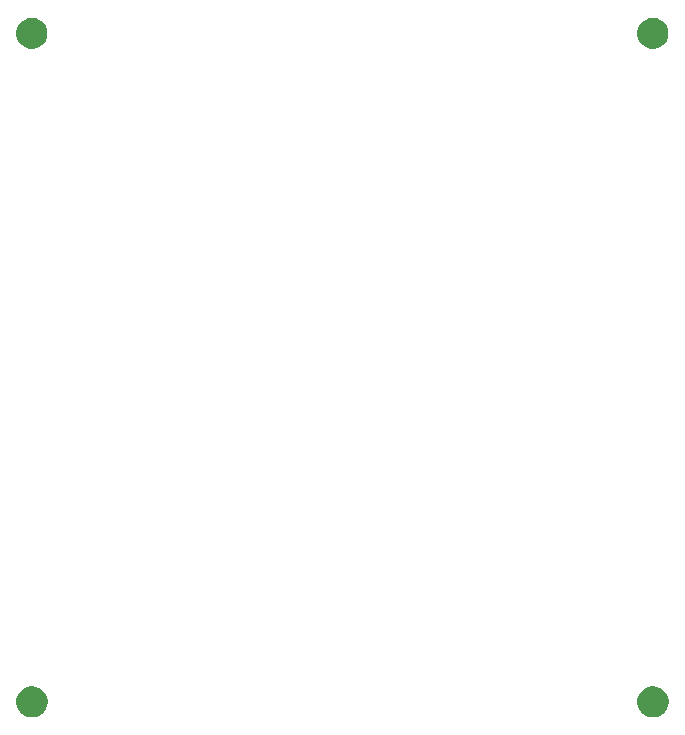
<source format=gbr>
%TF.GenerationSoftware,Altium Limited,Altium Designer,24.6.1 (21)*%
G04 Layer_Color=0*
%FSLAX45Y45*%
%MOMM*%
%TF.SameCoordinates,4AD75283-6A23-4CB8-A15C-AB691BBDECAE*%
%TF.FilePolarity,Positive*%
%TF.FileFunction,NonPlated,1,2,NPTH,Drill*%
%TF.Part,Single*%
G01*
G75*
G36*
X5519700Y393700D02*
Y380719D01*
X5524765Y355255D01*
X5534700Y331269D01*
X5549124Y309682D01*
X5567482Y291324D01*
X5589069Y276900D01*
X5613055Y266965D01*
X5638519Y261900D01*
X5651500D01*
X5664481D01*
X5689944Y266965D01*
X5713931Y276900D01*
X5735518Y291324D01*
X5753876Y309682D01*
X5768300Y331269D01*
X5778235Y355255D01*
X5783300Y380719D01*
Y393700D01*
Y406681D01*
X5778235Y432144D01*
X5768300Y456131D01*
X5753876Y477718D01*
X5735518Y496076D01*
X5713931Y510500D01*
X5689944Y520435D01*
X5664481Y525500D01*
X5651500D01*
X5638519D01*
X5613055Y520435D01*
X5589069Y510500D01*
X5567482Y496076D01*
X5549124Y477718D01*
X5534700Y456131D01*
X5524765Y432144D01*
X5519700Y406681D01*
Y393700D01*
D01*
D02*
G37*
G36*
X393700Y261900D02*
X380719D01*
X355255Y266965D01*
X331269Y276900D01*
X309682Y291324D01*
X291324Y309682D01*
X276900Y331269D01*
X266965Y355255D01*
X261900Y380719D01*
Y393700D01*
Y406681D01*
X266965Y432144D01*
X276900Y456131D01*
X291324Y477718D01*
X309682Y496076D01*
X331269Y510500D01*
X355255Y520435D01*
X380719Y525500D01*
X393700D01*
X406681D01*
X432144Y520435D01*
X456131Y510500D01*
X477718Y496076D01*
X496076Y477718D01*
X510500Y456131D01*
X520435Y432144D01*
X525500Y406681D01*
Y393700D01*
Y380719D01*
X520435Y355255D01*
X510500Y331269D01*
X496076Y309682D01*
X477718Y291324D01*
X456131Y276900D01*
X432144Y266965D01*
X406681Y261900D01*
X393700D01*
D01*
D02*
G37*
G36*
X5519700Y393700D02*
Y380719D01*
X5524765Y355255D01*
X5534700Y331269D01*
X5549124Y309682D01*
X5567482Y291324D01*
X5589069Y276900D01*
X5613055Y266965D01*
X5638519Y261900D01*
X5651500D01*
X5664481D01*
X5689944Y266965D01*
X5713931Y276900D01*
X5735518Y291324D01*
X5753876Y309682D01*
X5768300Y331269D01*
X5778235Y355255D01*
X5783300Y380719D01*
Y393700D01*
Y406681D01*
X5778235Y432144D01*
X5768300Y456131D01*
X5753876Y477718D01*
X5735518Y496076D01*
X5713931Y510500D01*
X5689944Y520435D01*
X5664481Y525500D01*
X5651500D01*
X5638519D01*
X5613055Y520435D01*
X5589069Y510500D01*
X5567482Y496076D01*
X5549124Y477718D01*
X5534700Y456131D01*
X5524765Y432144D01*
X5519700Y406681D01*
Y393700D01*
D01*
D02*
G37*
G36*
X393700Y261900D02*
X380719D01*
X355255Y266965D01*
X331269Y276900D01*
X309682Y291324D01*
X291324Y309682D01*
X276900Y331269D01*
X266965Y355255D01*
X261900Y380719D01*
Y393700D01*
Y406681D01*
X266965Y432144D01*
X276900Y456131D01*
X291324Y477718D01*
X309682Y496076D01*
X331269Y510500D01*
X355255Y520435D01*
X380719Y525500D01*
X393700D01*
X406681D01*
X432144Y520435D01*
X456131Y510500D01*
X477718Y496076D01*
X496076Y477718D01*
X510500Y456131D01*
X520435Y432144D01*
X525500Y406681D01*
Y393700D01*
Y380719D01*
X520435Y355255D01*
X510500Y331269D01*
X496076Y309682D01*
X477718Y291324D01*
X456131Y276900D01*
X432144Y266965D01*
X406681Y261900D01*
X393700D01*
D01*
D02*
G37*
G36*
X5650935Y5922728D02*
X5637954D01*
X5612490Y5927793D01*
X5588504Y5937729D01*
X5566917Y5952152D01*
X5548559Y5970511D01*
X5534135Y5992097D01*
X5524200Y6016084D01*
X5519135Y6041547D01*
Y6054528D01*
Y6067509D01*
X5524200Y6092973D01*
X5534135Y6116959D01*
X5548559Y6138546D01*
X5566917Y6156904D01*
X5588504Y6171328D01*
X5612490Y6181263D01*
X5637954Y6186328D01*
X5650935D01*
X5663916D01*
X5689379Y6181263D01*
X5713366Y6171328D01*
X5734952Y6156904D01*
X5753311Y6138546D01*
X5767734Y6116959D01*
X5777670Y6092973D01*
X5782735Y6067509D01*
Y6054528D01*
Y6041547D01*
X5777670Y6016084D01*
X5767734Y5992097D01*
X5753311Y5970511D01*
X5734952Y5952152D01*
X5713366Y5937729D01*
X5689379Y5927793D01*
X5663916Y5922728D01*
X5650935D01*
D01*
D02*
G37*
G36*
X393135D02*
X380154D01*
X354690Y5927793D01*
X330704Y5937729D01*
X309117Y5952152D01*
X290759Y5970511D01*
X276335Y5992097D01*
X266400Y6016084D01*
X261335Y6041547D01*
Y6054528D01*
Y6067509D01*
X266400Y6092973D01*
X276335Y6116959D01*
X290759Y6138546D01*
X309117Y6156904D01*
X330704Y6171328D01*
X354690Y6181263D01*
X380154Y6186328D01*
X393135D01*
X406116D01*
X431579Y6181263D01*
X455566Y6171328D01*
X477152Y6156904D01*
X495511Y6138546D01*
X509934Y6116959D01*
X519870Y6092973D01*
X524935Y6067509D01*
Y6054528D01*
Y6041547D01*
X519870Y6016084D01*
X509934Y5992097D01*
X495511Y5970511D01*
X477152Y5952152D01*
X455566Y5937729D01*
X431579Y5927793D01*
X406116Y5922728D01*
X393135D01*
D01*
D02*
G37*
%TF.MD5,1b07e5fcd93707d66d7801763b52ba86*%
M02*

</source>
